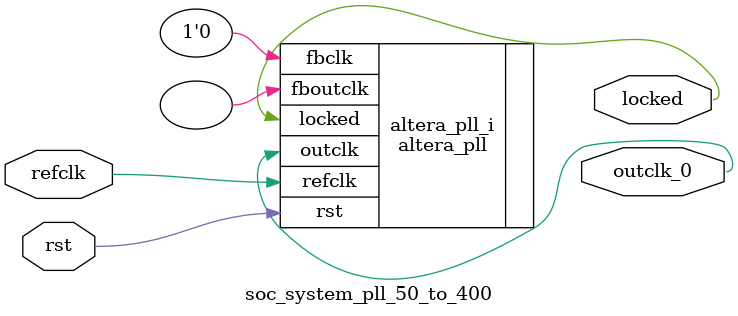
<source format=v>
`timescale 1ns/10ps
module  soc_system_pll_50_to_400(

	// interface 'refclk'
	input wire refclk,

	// interface 'reset'
	input wire rst,

	// interface 'outclk0'
	output wire outclk_0,

	// interface 'locked'
	output wire locked
);

	altera_pll #(
		.fractional_vco_multiplier("false"),
		.reference_clock_frequency("50.0 MHz"),
		.operation_mode("direct"),
		.number_of_clocks(1),
		.output_clock_frequency0("400.000000 MHz"),
		.phase_shift0("0 ps"),
		.duty_cycle0(50),
		.output_clock_frequency1("0 MHz"),
		.phase_shift1("0 ps"),
		.duty_cycle1(50),
		.output_clock_frequency2("0 MHz"),
		.phase_shift2("0 ps"),
		.duty_cycle2(50),
		.output_clock_frequency3("0 MHz"),
		.phase_shift3("0 ps"),
		.duty_cycle3(50),
		.output_clock_frequency4("0 MHz"),
		.phase_shift4("0 ps"),
		.duty_cycle4(50),
		.output_clock_frequency5("0 MHz"),
		.phase_shift5("0 ps"),
		.duty_cycle5(50),
		.output_clock_frequency6("0 MHz"),
		.phase_shift6("0 ps"),
		.duty_cycle6(50),
		.output_clock_frequency7("0 MHz"),
		.phase_shift7("0 ps"),
		.duty_cycle7(50),
		.output_clock_frequency8("0 MHz"),
		.phase_shift8("0 ps"),
		.duty_cycle8(50),
		.output_clock_frequency9("0 MHz"),
		.phase_shift9("0 ps"),
		.duty_cycle9(50),
		.output_clock_frequency10("0 MHz"),
		.phase_shift10("0 ps"),
		.duty_cycle10(50),
		.output_clock_frequency11("0 MHz"),
		.phase_shift11("0 ps"),
		.duty_cycle11(50),
		.output_clock_frequency12("0 MHz"),
		.phase_shift12("0 ps"),
		.duty_cycle12(50),
		.output_clock_frequency13("0 MHz"),
		.phase_shift13("0 ps"),
		.duty_cycle13(50),
		.output_clock_frequency14("0 MHz"),
		.phase_shift14("0 ps"),
		.duty_cycle14(50),
		.output_clock_frequency15("0 MHz"),
		.phase_shift15("0 ps"),
		.duty_cycle15(50),
		.output_clock_frequency16("0 MHz"),
		.phase_shift16("0 ps"),
		.duty_cycle16(50),
		.output_clock_frequency17("0 MHz"),
		.phase_shift17("0 ps"),
		.duty_cycle17(50),
		.pll_type("General"),
		.pll_subtype("General")
	) altera_pll_i (
		.rst	(rst),
		.outclk	({outclk_0}),
		.locked	(locked),
		.fboutclk	( ),
		.fbclk	(1'b0),
		.refclk	(refclk)
	);
endmodule


</source>
